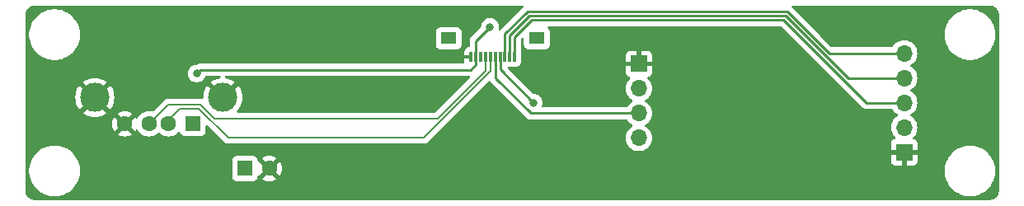
<source format=gbr>
%TF.GenerationSoftware,KiCad,Pcbnew,8.0.0*%
%TF.CreationDate,2024-02-26T11:34:36-08:00*%
%TF.ProjectId,gotek-breakout,676f7465-6b2d-4627-9265-616b6f75742e,rev?*%
%TF.SameCoordinates,Original*%
%TF.FileFunction,Copper,L2,Bot*%
%TF.FilePolarity,Positive*%
%FSLAX46Y46*%
G04 Gerber Fmt 4.6, Leading zero omitted, Abs format (unit mm)*
G04 Created by KiCad (PCBNEW 8.0.0) date 2024-02-26 11:34:36*
%MOMM*%
%LPD*%
G01*
G04 APERTURE LIST*
%TA.AperFunction,ComponentPad*%
%ADD10R,1.600000X1.500000*%
%TD*%
%TA.AperFunction,ComponentPad*%
%ADD11C,1.600000*%
%TD*%
%TA.AperFunction,ComponentPad*%
%ADD12C,3.000000*%
%TD*%
%TA.AperFunction,ComponentPad*%
%ADD13R,1.700000X1.700000*%
%TD*%
%TA.AperFunction,ComponentPad*%
%ADD14O,1.700000X1.700000*%
%TD*%
%TA.AperFunction,ComponentPad*%
%ADD15R,1.600000X1.600000*%
%TD*%
%TA.AperFunction,SMDPad,CuDef*%
%ADD16R,0.300000X1.000000*%
%TD*%
%TA.AperFunction,SMDPad,CuDef*%
%ADD17R,1.650000X1.300000*%
%TD*%
%TA.AperFunction,ViaPad*%
%ADD18C,0.800000*%
%TD*%
%TA.AperFunction,Conductor*%
%ADD19C,0.250000*%
%TD*%
%TA.AperFunction,Conductor*%
%ADD20C,0.200000*%
%TD*%
G04 APERTURE END LIST*
D10*
%TO.P,J2,1,VBUS*%
%TO.N,/+5V*%
X64200000Y-52160000D03*
D11*
%TO.P,J2,2,D-*%
%TO.N,/USB_D-*%
X61700000Y-52160000D03*
%TO.P,J2,3,D+*%
%TO.N,/USB_D+*%
X59700000Y-52160000D03*
%TO.P,J2,4,GND*%
%TO.N,/GND*%
X57200000Y-52160000D03*
D12*
%TO.P,J2,5,Shield*%
X67270000Y-49450000D03*
X54130000Y-49450000D03*
%TD*%
D13*
%TO.P,J4,1,Pin_1*%
%TO.N,/GND*%
X137250000Y-55075000D03*
D14*
%TO.P,J4,2,Pin_2*%
%TO.N,/+5V*%
X137250000Y-52535000D03*
%TO.P,J4,3,Pin_3*%
%TO.N,/ROT_SW*%
X137250000Y-49995000D03*
%TO.P,J4,4,Pin_4*%
%TO.N,/ROT_DT*%
X137250000Y-47455000D03*
%TO.P,J4,5,Pin_5*%
%TO.N,/ROT_CLK*%
X137250000Y-44915000D03*
%TD*%
D15*
%TO.P,C1,1*%
%TO.N,/+5V*%
X69544887Y-56750000D03*
D11*
%TO.P,C1,2*%
%TO.N,/GND*%
X72044887Y-56750000D03*
%TD*%
D13*
%TO.P,J3,1,Pin_1*%
%TO.N,/GND*%
X110000000Y-46000000D03*
D14*
%TO.P,J3,2,Pin_2*%
%TO.N,/+5V*%
X110000000Y-48540000D03*
%TO.P,J3,3,Pin_3*%
%TO.N,/OLED_SCK*%
X110000000Y-51080000D03*
%TO.P,J3,4,Pin_4*%
%TO.N,/OLED_SDA*%
X110000000Y-53620000D03*
%TD*%
D16*
%TO.P,J1,1,Pin_1*%
%TO.N,/GND*%
X92750000Y-45275000D03*
%TO.P,J1,2,Pin_2*%
%TO.N,/+5V*%
X93250000Y-45275000D03*
%TO.P,J1,3,Pin_3*%
%TO.N,/+3V*%
X93750000Y-45275000D03*
%TO.P,J1,4,Pin_4*%
%TO.N,/USB_D+*%
X94250000Y-45275000D03*
%TO.P,J1,5,Pin_5*%
%TO.N,/USB_D-*%
X94750000Y-45275000D03*
%TO.P,J1,6,Pin_6*%
%TO.N,/OLED_SCK*%
X95250000Y-45275000D03*
%TO.P,J1,7,Pin_7*%
%TO.N,/OLED_SDA*%
X95750000Y-45275000D03*
%TO.P,J1,8,Pin_8*%
%TO.N,/ROT_CLK*%
X96250000Y-45275000D03*
%TO.P,J1,9,Pin_9*%
%TO.N,/ROT_DT*%
X96750000Y-45275000D03*
%TO.P,J1,10,Pin_10*%
%TO.N,/ROT_SW*%
X97250000Y-45275000D03*
D17*
%TO.P,J1,MP*%
%TO.N,N/C*%
X90475000Y-43375000D03*
X99525000Y-43375000D03*
%TD*%
D18*
%TO.N,/GND*%
X91600000Y-45300000D03*
%TO.N,/+5V*%
X94700000Y-42200000D03*
%TO.N,/OLED_SDA*%
X99200000Y-50000000D03*
%TO.N,/+5V*%
X64600000Y-47000000D03*
%TD*%
D19*
%TO.N,/GND*%
X92750000Y-45275000D02*
X91625000Y-45275000D01*
X91625000Y-45275000D02*
X91600000Y-45300000D01*
%TO.N,/+5V*%
X93250000Y-46075000D02*
X92725000Y-46600000D01*
X92725000Y-46600000D02*
X92250000Y-46600000D01*
X64600000Y-47000000D02*
X65000000Y-46600000D01*
X65000000Y-46600000D02*
X92250000Y-46600000D01*
X93250000Y-45275000D02*
X93250000Y-43650000D01*
D20*
%TO.N,/USB_D+*%
X59700000Y-52160000D02*
X61660000Y-50200000D01*
X65000000Y-50200000D02*
X66400000Y-51600000D01*
D19*
%TO.N,/+5V*%
X93250000Y-43650000D02*
X94700000Y-42200000D01*
X93250000Y-45275000D02*
X93250000Y-46075000D01*
D20*
%TO.N,/USB_D+*%
X61660000Y-50200000D02*
X65000000Y-50200000D01*
X94250000Y-46684314D02*
X94250000Y-45275000D01*
X89334314Y-51600000D02*
X94250000Y-46684314D01*
X66400000Y-51600000D02*
X89334314Y-51600000D01*
D19*
%TO.N,/OLED_SCK*%
X95250000Y-45275000D02*
X95250000Y-47450000D01*
X98880000Y-51080000D02*
X110000000Y-51080000D01*
X95250000Y-47450000D02*
X98880000Y-51080000D01*
%TO.N,/OLED_SDA*%
X95750000Y-46550000D02*
X95750000Y-45275000D01*
X99200000Y-50000000D02*
X95750000Y-46550000D01*
%TO.N,/ROT_CLK*%
X98600000Y-40600000D02*
X125236396Y-40600000D01*
X129536396Y-44900000D02*
X136770000Y-44900000D01*
X96250000Y-45275000D02*
X96250000Y-42950000D01*
X125236396Y-40600000D02*
X129536396Y-44900000D01*
X96250000Y-42950000D02*
X98600000Y-40600000D01*
X136770000Y-44900000D02*
X136785000Y-44915000D01*
X136785000Y-44915000D02*
X137250000Y-44915000D01*
%TO.N,/ROT_DT*%
X96750000Y-43086396D02*
X98786396Y-41050000D01*
X125050000Y-41050000D02*
X131500000Y-47500000D01*
X131500000Y-47500000D02*
X137205000Y-47500000D01*
X96750000Y-45275000D02*
X96750000Y-43086396D01*
X98786396Y-41050000D02*
X125050000Y-41050000D01*
X137205000Y-47500000D02*
X137250000Y-47455000D01*
%TO.N,/ROT_SW*%
X137245000Y-50000000D02*
X133363604Y-50000000D01*
X124863604Y-41500000D02*
X98972792Y-41500000D01*
X137250000Y-49995000D02*
X137245000Y-50000000D01*
X98972792Y-41500000D02*
X97250000Y-43222792D01*
X133363604Y-50000000D02*
X124863604Y-41500000D01*
X97250000Y-43222792D02*
X97250000Y-45275000D01*
D20*
%TO.N,/USB_D-*%
X67834315Y-53600000D02*
X87900000Y-53600000D01*
X87900000Y-53600000D02*
X94750000Y-46750000D01*
X61700000Y-51780000D02*
X62880000Y-50600000D01*
X61700000Y-52160000D02*
X61700000Y-51780000D01*
X64834315Y-50600000D02*
X67834315Y-53600000D01*
X94750000Y-46750000D02*
X94750000Y-45275000D01*
X62880000Y-50600000D02*
X64834315Y-50600000D01*
%TD*%
%TA.AperFunction,Conductor*%
%TO.N,/GND*%
G36*
X98083086Y-40019685D02*
G01*
X98128841Y-40072489D01*
X98138785Y-40141647D01*
X98109760Y-40205203D01*
X98103728Y-40211681D01*
X95851270Y-42464139D01*
X95851267Y-42464142D01*
X95799908Y-42515501D01*
X95786536Y-42528873D01*
X95725212Y-42562357D01*
X95655521Y-42557372D01*
X95599587Y-42515501D01*
X95575171Y-42450036D01*
X95580924Y-42402872D01*
X95585674Y-42388256D01*
X95605460Y-42200000D01*
X95585674Y-42011744D01*
X95527179Y-41831716D01*
X95432533Y-41667784D01*
X95305871Y-41527112D01*
X95258638Y-41492795D01*
X95152734Y-41415851D01*
X95152729Y-41415848D01*
X94979807Y-41338857D01*
X94979802Y-41338855D01*
X94834001Y-41307865D01*
X94794646Y-41299500D01*
X94605354Y-41299500D01*
X94572897Y-41306398D01*
X94420197Y-41338855D01*
X94420192Y-41338857D01*
X94247270Y-41415848D01*
X94247265Y-41415851D01*
X94094129Y-41527111D01*
X93967466Y-41667785D01*
X93872821Y-41831715D01*
X93872818Y-41831722D01*
X93814327Y-42011740D01*
X93814326Y-42011744D01*
X93800301Y-42145185D01*
X93796679Y-42179649D01*
X93770094Y-42244263D01*
X93761039Y-42254368D01*
X93031261Y-42984148D01*
X92851269Y-43164140D01*
X92851267Y-43164142D01*
X92807703Y-43207705D01*
X92764140Y-43251268D01*
X92742006Y-43284396D01*
X92742004Y-43284399D01*
X92695690Y-43353710D01*
X92695685Y-43353719D01*
X92648540Y-43467538D01*
X92648538Y-43467545D01*
X92648537Y-43467548D01*
X92648537Y-43467549D01*
X92630280Y-43559341D01*
X92627712Y-43572250D01*
X92627711Y-43572254D01*
X92624500Y-43588394D01*
X92624500Y-44155840D01*
X92604815Y-44222879D01*
X92552011Y-44268634D01*
X92513759Y-44279129D01*
X92492626Y-44281401D01*
X92492620Y-44281403D01*
X92357913Y-44331645D01*
X92357906Y-44331649D01*
X92242812Y-44417809D01*
X92242809Y-44417812D01*
X92156649Y-44532906D01*
X92156645Y-44532913D01*
X92106403Y-44667620D01*
X92106401Y-44667627D01*
X92100000Y-44727155D01*
X92100000Y-45125000D01*
X92475500Y-45125000D01*
X92542539Y-45144685D01*
X92588294Y-45197489D01*
X92599500Y-45248998D01*
X92599501Y-45300998D01*
X92579818Y-45368037D01*
X92527015Y-45413793D01*
X92475501Y-45425000D01*
X92100000Y-45425000D01*
X92100000Y-45822828D01*
X92101550Y-45837245D01*
X92089144Y-45906004D01*
X92041534Y-45957142D01*
X91978260Y-45974500D01*
X64938388Y-45974500D01*
X64831871Y-45995688D01*
X64827073Y-45996642D01*
X64817549Y-45998536D01*
X64817547Y-45998537D01*
X64703716Y-46045687D01*
X64703708Y-46045692D01*
X64654456Y-46078602D01*
X64587779Y-46099480D01*
X64585565Y-46099500D01*
X64505354Y-46099500D01*
X64472897Y-46106398D01*
X64320197Y-46138855D01*
X64320192Y-46138857D01*
X64147270Y-46215848D01*
X64147265Y-46215851D01*
X63994129Y-46327111D01*
X63867466Y-46467785D01*
X63772821Y-46631715D01*
X63772818Y-46631722D01*
X63725558Y-46777175D01*
X63714326Y-46811744D01*
X63694540Y-47000000D01*
X63714326Y-47188256D01*
X63714327Y-47188259D01*
X63772818Y-47368277D01*
X63772821Y-47368284D01*
X63867467Y-47532216D01*
X63880136Y-47546286D01*
X63994129Y-47672888D01*
X64147265Y-47784148D01*
X64147270Y-47784151D01*
X64320192Y-47861142D01*
X64320197Y-47861144D01*
X64505354Y-47900500D01*
X64505355Y-47900500D01*
X64694644Y-47900500D01*
X64694646Y-47900500D01*
X64879803Y-47861144D01*
X65052730Y-47784151D01*
X65205871Y-47672888D01*
X65332533Y-47532216D01*
X65427179Y-47368284D01*
X65445733Y-47311182D01*
X65485171Y-47253506D01*
X65549529Y-47226308D01*
X65563664Y-47225500D01*
X66933615Y-47225500D01*
X67000654Y-47245185D01*
X67046409Y-47297989D01*
X67056353Y-47367147D01*
X67027328Y-47430703D01*
X66968550Y-47468477D01*
X66959973Y-47470666D01*
X66705104Y-47526109D01*
X66437041Y-47626091D01*
X66185961Y-47763191D01*
X66185953Y-47763196D01*
X66043437Y-47869882D01*
X66043436Y-47869883D01*
X66651466Y-48477913D01*
X66520825Y-48572829D01*
X66392829Y-48700825D01*
X66297912Y-48831466D01*
X65689882Y-48223436D01*
X65583196Y-48365953D01*
X65583191Y-48365961D01*
X65446091Y-48617041D01*
X65346109Y-48885104D01*
X65285300Y-49164637D01*
X65264891Y-49449998D01*
X65264891Y-49450003D01*
X65267000Y-49479499D01*
X65252147Y-49547772D01*
X65202741Y-49597176D01*
X65134468Y-49612027D01*
X65111223Y-49608118D01*
X65079057Y-49599499D01*
X64920943Y-49599499D01*
X64913347Y-49599499D01*
X64913331Y-49599500D01*
X61746670Y-49599500D01*
X61746654Y-49599499D01*
X61739058Y-49599499D01*
X61580943Y-49599499D01*
X61504579Y-49619961D01*
X61428214Y-49640423D01*
X61428209Y-49640426D01*
X61291290Y-49719475D01*
X61291282Y-49719481D01*
X60142705Y-50868058D01*
X60081382Y-50901543D01*
X60022931Y-50900152D01*
X59926697Y-50874366D01*
X59926693Y-50874365D01*
X59926692Y-50874365D01*
X59926691Y-50874364D01*
X59926686Y-50874364D01*
X59700002Y-50854532D01*
X59699998Y-50854532D01*
X59473313Y-50874364D01*
X59473302Y-50874366D01*
X59253511Y-50933258D01*
X59253502Y-50933261D01*
X59047267Y-51029431D01*
X59047265Y-51029432D01*
X58860858Y-51159954D01*
X58699954Y-51320858D01*
X58569432Y-51507265D01*
X58569429Y-51507270D01*
X58562104Y-51522979D01*
X58515929Y-51575417D01*
X58448735Y-51594566D01*
X58381855Y-51574347D01*
X58337341Y-51522973D01*
X58330133Y-51507515D01*
X58330132Y-51507513D01*
X58279025Y-51434526D01*
X57662550Y-52051001D01*
X57642630Y-51976657D01*
X57580095Y-51868343D01*
X57491657Y-51779905D01*
X57383343Y-51717370D01*
X57308998Y-51697449D01*
X57925472Y-51080974D01*
X57852478Y-51029863D01*
X57646331Y-50933735D01*
X57646317Y-50933730D01*
X57426610Y-50874860D01*
X57426599Y-50874858D01*
X57200002Y-50855034D01*
X57199998Y-50855034D01*
X56973400Y-50874858D01*
X56973389Y-50874860D01*
X56753682Y-50933730D01*
X56753673Y-50933734D01*
X56547516Y-51029866D01*
X56547512Y-51029868D01*
X56474526Y-51080973D01*
X56474526Y-51080974D01*
X57091002Y-51697449D01*
X57016657Y-51717370D01*
X56908343Y-51779905D01*
X56819905Y-51868343D01*
X56757370Y-51976657D01*
X56737449Y-52051001D01*
X56120974Y-51434526D01*
X56120973Y-51434526D01*
X56069868Y-51507512D01*
X56069866Y-51507516D01*
X55973734Y-51713673D01*
X55973730Y-51713682D01*
X55914860Y-51933389D01*
X55914858Y-51933400D01*
X55895034Y-52159997D01*
X55895034Y-52160002D01*
X55914858Y-52386599D01*
X55914860Y-52386610D01*
X55973730Y-52606317D01*
X55973735Y-52606331D01*
X56069863Y-52812478D01*
X56120974Y-52885472D01*
X56737449Y-52268997D01*
X56757370Y-52343343D01*
X56819905Y-52451657D01*
X56908343Y-52540095D01*
X57016657Y-52602630D01*
X57091002Y-52622550D01*
X56474526Y-53239025D01*
X56547513Y-53290132D01*
X56547521Y-53290136D01*
X56753668Y-53386264D01*
X56753682Y-53386269D01*
X56973389Y-53445139D01*
X56973400Y-53445141D01*
X57199998Y-53464966D01*
X57200002Y-53464966D01*
X57426599Y-53445141D01*
X57426610Y-53445139D01*
X57646317Y-53386269D01*
X57646331Y-53386264D01*
X57852478Y-53290136D01*
X57925471Y-53239024D01*
X57308997Y-52622550D01*
X57383343Y-52602630D01*
X57491657Y-52540095D01*
X57580095Y-52451657D01*
X57642630Y-52343343D01*
X57662550Y-52268997D01*
X58279024Y-52885471D01*
X58330134Y-52812481D01*
X58337340Y-52797028D01*
X58383511Y-52744587D01*
X58450704Y-52725433D01*
X58517585Y-52745646D01*
X58562105Y-52797022D01*
X58569430Y-52812730D01*
X58569432Y-52812734D01*
X58699954Y-52999141D01*
X58860858Y-53160045D01*
X58860861Y-53160047D01*
X59047266Y-53290568D01*
X59253504Y-53386739D01*
X59473308Y-53445635D01*
X59635230Y-53459801D01*
X59699998Y-53465468D01*
X59700000Y-53465468D01*
X59700002Y-53465468D01*
X59756673Y-53460509D01*
X59926692Y-53445635D01*
X60146496Y-53386739D01*
X60352734Y-53290568D01*
X60539139Y-53160047D01*
X60612320Y-53086865D01*
X60673641Y-53053382D01*
X60743333Y-53058366D01*
X60787679Y-53086865D01*
X60860861Y-53160047D01*
X61047266Y-53290568D01*
X61253504Y-53386739D01*
X61473308Y-53445635D01*
X61635230Y-53459801D01*
X61699998Y-53465468D01*
X61700000Y-53465468D01*
X61700002Y-53465468D01*
X61756673Y-53460509D01*
X61926692Y-53445635D01*
X62146496Y-53386739D01*
X62352734Y-53290568D01*
X62539139Y-53160047D01*
X62700047Y-52999139D01*
X62700055Y-52999127D01*
X62701010Y-52997990D01*
X62701569Y-52997617D01*
X62703876Y-52995311D01*
X62704339Y-52995774D01*
X62759173Y-52959277D01*
X62829034Y-52958154D01*
X62888411Y-52994979D01*
X62912197Y-53034344D01*
X62956202Y-53152328D01*
X62956206Y-53152335D01*
X63042452Y-53267544D01*
X63042455Y-53267547D01*
X63157664Y-53353793D01*
X63157671Y-53353797D01*
X63292517Y-53404091D01*
X63292516Y-53404091D01*
X63299444Y-53404835D01*
X63352127Y-53410500D01*
X65047872Y-53410499D01*
X65107483Y-53404091D01*
X65242331Y-53353796D01*
X65357546Y-53267546D01*
X65443796Y-53152331D01*
X65494091Y-53017483D01*
X65500500Y-52957873D01*
X65500499Y-52414779D01*
X65520183Y-52347742D01*
X65572987Y-52301987D01*
X65642146Y-52292043D01*
X65705702Y-52321068D01*
X65712178Y-52327098D01*
X67465599Y-54080520D01*
X67465601Y-54080521D01*
X67465605Y-54080524D01*
X67602524Y-54159573D01*
X67602531Y-54159577D01*
X67755258Y-54200501D01*
X67755260Y-54200501D01*
X67920969Y-54200501D01*
X67920985Y-54200500D01*
X87813331Y-54200500D01*
X87813347Y-54200501D01*
X87820943Y-54200501D01*
X87979054Y-54200501D01*
X87979057Y-54200501D01*
X88131785Y-54159577D01*
X88181904Y-54130639D01*
X88268716Y-54080520D01*
X88380520Y-53968716D01*
X88380520Y-53968714D01*
X88390728Y-53958507D01*
X88390730Y-53958504D01*
X94551704Y-47797529D01*
X94613025Y-47764046D01*
X94682717Y-47769030D01*
X94738650Y-47810902D01*
X94742475Y-47816307D01*
X94756056Y-47836632D01*
X94764143Y-47848735D01*
X94855586Y-47940178D01*
X94855608Y-47940198D01*
X98391016Y-51475606D01*
X98391045Y-51475637D01*
X98481263Y-51565855D01*
X98481267Y-51565858D01*
X98583707Y-51634307D01*
X98583713Y-51634310D01*
X98583714Y-51634311D01*
X98697548Y-51681463D01*
X98757971Y-51693481D01*
X98818393Y-51705500D01*
X98818394Y-51705500D01*
X108724773Y-51705500D01*
X108791812Y-51725185D01*
X108826348Y-51758377D01*
X108961501Y-51951396D01*
X108961506Y-51951402D01*
X109128597Y-52118493D01*
X109128603Y-52118498D01*
X109314158Y-52248425D01*
X109357783Y-52303002D01*
X109364977Y-52372500D01*
X109333454Y-52434855D01*
X109314158Y-52451575D01*
X109128597Y-52581505D01*
X108961505Y-52748597D01*
X108825965Y-52942169D01*
X108825964Y-52942171D01*
X108726098Y-53156335D01*
X108726094Y-53156344D01*
X108664938Y-53384586D01*
X108664936Y-53384596D01*
X108644341Y-53619999D01*
X108644341Y-53620000D01*
X108664936Y-53855403D01*
X108664938Y-53855413D01*
X108726094Y-54083655D01*
X108726096Y-54083659D01*
X108726097Y-54083663D01*
X108769693Y-54177155D01*
X108825965Y-54297830D01*
X108825967Y-54297834D01*
X108897155Y-54399500D01*
X108961505Y-54491401D01*
X109128599Y-54658495D01*
X109216998Y-54720393D01*
X109322165Y-54794032D01*
X109322167Y-54794033D01*
X109322170Y-54794035D01*
X109536337Y-54893903D01*
X109764592Y-54955063D01*
X109952918Y-54971539D01*
X109999999Y-54975659D01*
X110000000Y-54975659D01*
X110000001Y-54975659D01*
X110039234Y-54972226D01*
X110235408Y-54955063D01*
X110463663Y-54893903D01*
X110677830Y-54794035D01*
X110871401Y-54658495D01*
X111038495Y-54491401D01*
X111174035Y-54297830D01*
X111273903Y-54083663D01*
X111335063Y-53855408D01*
X111355659Y-53620000D01*
X111335063Y-53384592D01*
X111273903Y-53156337D01*
X111174035Y-52942171D01*
X111134335Y-52885472D01*
X111038494Y-52748597D01*
X110871402Y-52581506D01*
X110871396Y-52581501D01*
X110685842Y-52451575D01*
X110642217Y-52396998D01*
X110635023Y-52327500D01*
X110666546Y-52265145D01*
X110685842Y-52248425D01*
X110726173Y-52220185D01*
X110871401Y-52118495D01*
X111038495Y-51951401D01*
X111174035Y-51757830D01*
X111273903Y-51543663D01*
X111335063Y-51315408D01*
X111355659Y-51080000D01*
X111335063Y-50844592D01*
X111273903Y-50616337D01*
X111174035Y-50402171D01*
X111173652Y-50401623D01*
X111038494Y-50208597D01*
X110871402Y-50041506D01*
X110871396Y-50041501D01*
X110685842Y-49911575D01*
X110642217Y-49856998D01*
X110635023Y-49787500D01*
X110666546Y-49725145D01*
X110685842Y-49708425D01*
X110782954Y-49640426D01*
X110871401Y-49578495D01*
X111038495Y-49411401D01*
X111174035Y-49217830D01*
X111273903Y-49003663D01*
X111335063Y-48775408D01*
X111355659Y-48540000D01*
X111335063Y-48304592D01*
X111273903Y-48076337D01*
X111174035Y-47862171D01*
X111173314Y-47861142D01*
X111038496Y-47668600D01*
X110995987Y-47626091D01*
X110916179Y-47546283D01*
X110882696Y-47484963D01*
X110887680Y-47415271D01*
X110929551Y-47359337D01*
X110960529Y-47342422D01*
X111092086Y-47293354D01*
X111092093Y-47293350D01*
X111207187Y-47207190D01*
X111207190Y-47207187D01*
X111293350Y-47092093D01*
X111293354Y-47092086D01*
X111343596Y-46957379D01*
X111343598Y-46957372D01*
X111349999Y-46897844D01*
X111350000Y-46897827D01*
X111350000Y-46250000D01*
X110433012Y-46250000D01*
X110465925Y-46192993D01*
X110500000Y-46065826D01*
X110500000Y-45934174D01*
X110465925Y-45807007D01*
X110433012Y-45750000D01*
X111350000Y-45750000D01*
X111350000Y-45102172D01*
X111349999Y-45102155D01*
X111343598Y-45042627D01*
X111343596Y-45042620D01*
X111293354Y-44907913D01*
X111293350Y-44907906D01*
X111207190Y-44792812D01*
X111207187Y-44792809D01*
X111092093Y-44706649D01*
X111092086Y-44706645D01*
X110957379Y-44656403D01*
X110957372Y-44656401D01*
X110897844Y-44650000D01*
X110250000Y-44650000D01*
X110250000Y-45566988D01*
X110192993Y-45534075D01*
X110065826Y-45500000D01*
X109934174Y-45500000D01*
X109807007Y-45534075D01*
X109750000Y-45566988D01*
X109750000Y-44650000D01*
X109102155Y-44650000D01*
X109042627Y-44656401D01*
X109042620Y-44656403D01*
X108907913Y-44706645D01*
X108907906Y-44706649D01*
X108792812Y-44792809D01*
X108792809Y-44792812D01*
X108706649Y-44907906D01*
X108706645Y-44907913D01*
X108656403Y-45042620D01*
X108656401Y-45042627D01*
X108650000Y-45102155D01*
X108650000Y-45750000D01*
X109566988Y-45750000D01*
X109534075Y-45807007D01*
X109500000Y-45934174D01*
X109500000Y-46065826D01*
X109534075Y-46192993D01*
X109566988Y-46250000D01*
X108650000Y-46250000D01*
X108650000Y-46897844D01*
X108656401Y-46957372D01*
X108656403Y-46957379D01*
X108706645Y-47092086D01*
X108706649Y-47092093D01*
X108792809Y-47207187D01*
X108792812Y-47207190D01*
X108907906Y-47293350D01*
X108907913Y-47293354D01*
X109039470Y-47342421D01*
X109095403Y-47384292D01*
X109119821Y-47449756D01*
X109104970Y-47518029D01*
X109083819Y-47546284D01*
X108961503Y-47668600D01*
X108825965Y-47862169D01*
X108825964Y-47862171D01*
X108726098Y-48076335D01*
X108726094Y-48076344D01*
X108664938Y-48304586D01*
X108664936Y-48304596D01*
X108644341Y-48539999D01*
X108644341Y-48540000D01*
X108664936Y-48775403D01*
X108664938Y-48775413D01*
X108726094Y-49003655D01*
X108726096Y-49003659D01*
X108726097Y-49003663D01*
X108782024Y-49123599D01*
X108825965Y-49217830D01*
X108825967Y-49217834D01*
X108961501Y-49411395D01*
X108961506Y-49411402D01*
X109128597Y-49578493D01*
X109128603Y-49578498D01*
X109314158Y-49708425D01*
X109357783Y-49763002D01*
X109364977Y-49832500D01*
X109333454Y-49894855D01*
X109314158Y-49911575D01*
X109128597Y-50041505D01*
X108961505Y-50208597D01*
X108826348Y-50401623D01*
X108771771Y-50445248D01*
X108724773Y-50454500D01*
X100169837Y-50454500D01*
X100102798Y-50434815D01*
X100057043Y-50382011D01*
X100047099Y-50312853D01*
X100051906Y-50292182D01*
X100071976Y-50230413D01*
X100085674Y-50188256D01*
X100105460Y-50000000D01*
X100085674Y-49811744D01*
X100027179Y-49631716D01*
X99932533Y-49467784D01*
X99805871Y-49327112D01*
X99796370Y-49320209D01*
X99652734Y-49215851D01*
X99652729Y-49215848D01*
X99479807Y-49138857D01*
X99479802Y-49138855D01*
X99334001Y-49107865D01*
X99294646Y-49099500D01*
X99294645Y-49099500D01*
X99235452Y-49099500D01*
X99168413Y-49079815D01*
X99147771Y-49063181D01*
X96571770Y-46487180D01*
X96538285Y-46425857D01*
X96543269Y-46356165D01*
X96585141Y-46300232D01*
X96650605Y-46275815D01*
X96659430Y-46275499D01*
X96947872Y-46275499D01*
X96947885Y-46275498D01*
X96986744Y-46271320D01*
X97013252Y-46271320D01*
X97052127Y-46275500D01*
X97447872Y-46275499D01*
X97507483Y-46269091D01*
X97642331Y-46218796D01*
X97757546Y-46132546D01*
X97843796Y-46017331D01*
X97894091Y-45882483D01*
X97900500Y-45822873D01*
X97900499Y-44727128D01*
X97894091Y-44667517D01*
X97883317Y-44638632D01*
X97875500Y-44595300D01*
X97875500Y-43533243D01*
X97895185Y-43466204D01*
X97911815Y-43445566D01*
X97987820Y-43369561D01*
X98049142Y-43336077D01*
X98118834Y-43341061D01*
X98174767Y-43382933D01*
X98199184Y-43448397D01*
X98199500Y-43457243D01*
X98199500Y-44072870D01*
X98199501Y-44072876D01*
X98205908Y-44132483D01*
X98256202Y-44267328D01*
X98256206Y-44267335D01*
X98342452Y-44382544D01*
X98342455Y-44382547D01*
X98457664Y-44468793D01*
X98457671Y-44468797D01*
X98592517Y-44519091D01*
X98592516Y-44519091D01*
X98599444Y-44519835D01*
X98652127Y-44525500D01*
X100397872Y-44525499D01*
X100457483Y-44519091D01*
X100592331Y-44468796D01*
X100707546Y-44382546D01*
X100793796Y-44267331D01*
X100844091Y-44132483D01*
X100850500Y-44072873D01*
X100850499Y-42677128D01*
X100844091Y-42617517D01*
X100825728Y-42568284D01*
X100793797Y-42482671D01*
X100793793Y-42482664D01*
X100707547Y-42367455D01*
X100682582Y-42348766D01*
X100640712Y-42292832D01*
X100635728Y-42223140D01*
X100669214Y-42161818D01*
X100730538Y-42128333D01*
X100756894Y-42125500D01*
X124553152Y-42125500D01*
X124620191Y-42145185D01*
X124640833Y-42161819D01*
X132874620Y-50395606D01*
X132874649Y-50395637D01*
X132964867Y-50485855D01*
X132964871Y-50485858D01*
X133067311Y-50554307D01*
X133067317Y-50554310D01*
X133067318Y-50554311D01*
X133181152Y-50601463D01*
X133241575Y-50613481D01*
X133301997Y-50625500D01*
X133301998Y-50625500D01*
X135978274Y-50625500D01*
X136045313Y-50645185D01*
X136079849Y-50678377D01*
X136211501Y-50866396D01*
X136211506Y-50866402D01*
X136378597Y-51033493D01*
X136378603Y-51033498D01*
X136564158Y-51163425D01*
X136607783Y-51218002D01*
X136614977Y-51287500D01*
X136583454Y-51349855D01*
X136564158Y-51366575D01*
X136378597Y-51496505D01*
X136211505Y-51663597D01*
X136075965Y-51857169D01*
X136075964Y-51857171D01*
X135976098Y-52071335D01*
X135976094Y-52071344D01*
X135914938Y-52299586D01*
X135914936Y-52299596D01*
X135894341Y-52534999D01*
X135894341Y-52535000D01*
X135914936Y-52770403D01*
X135914938Y-52770413D01*
X135976094Y-52998655D01*
X135976096Y-52998659D01*
X135976097Y-52998663D01*
X136047754Y-53152331D01*
X136075965Y-53212830D01*
X136075967Y-53212834D01*
X136174671Y-53353797D01*
X136211501Y-53406396D01*
X136211506Y-53406402D01*
X136333818Y-53528714D01*
X136367303Y-53590037D01*
X136362319Y-53659729D01*
X136320447Y-53715662D01*
X136289471Y-53732577D01*
X136157912Y-53781646D01*
X136157906Y-53781649D01*
X136042812Y-53867809D01*
X136042809Y-53867812D01*
X135956649Y-53982906D01*
X135956645Y-53982913D01*
X135906403Y-54117620D01*
X135906401Y-54117627D01*
X135900000Y-54177155D01*
X135900000Y-54825000D01*
X136816988Y-54825000D01*
X136784075Y-54882007D01*
X136750000Y-55009174D01*
X136750000Y-55140826D01*
X136784075Y-55267993D01*
X136816988Y-55325000D01*
X135900000Y-55325000D01*
X135900000Y-55972844D01*
X135906401Y-56032372D01*
X135906403Y-56032379D01*
X135956645Y-56167086D01*
X135956649Y-56167093D01*
X136042809Y-56282187D01*
X136042812Y-56282190D01*
X136157906Y-56368350D01*
X136157913Y-56368354D01*
X136292620Y-56418596D01*
X136292627Y-56418598D01*
X136352155Y-56424999D01*
X136352172Y-56425000D01*
X137000000Y-56425000D01*
X137000000Y-55508012D01*
X137057007Y-55540925D01*
X137184174Y-55575000D01*
X137315826Y-55575000D01*
X137442993Y-55540925D01*
X137500000Y-55508012D01*
X137500000Y-56425000D01*
X138147828Y-56425000D01*
X138147844Y-56424999D01*
X138207372Y-56418598D01*
X138207379Y-56418596D01*
X138342086Y-56368354D01*
X138342093Y-56368350D01*
X138457187Y-56282190D01*
X138457190Y-56282187D01*
X138543350Y-56167093D01*
X138543354Y-56167086D01*
X138593596Y-56032379D01*
X138593598Y-56032372D01*
X138599999Y-55972844D01*
X138600000Y-55972827D01*
X138600000Y-55325000D01*
X137683012Y-55325000D01*
X137715925Y-55267993D01*
X137750000Y-55140826D01*
X137750000Y-55009174D01*
X137715925Y-54882007D01*
X137683012Y-54825000D01*
X138600000Y-54825000D01*
X138600000Y-54177172D01*
X138599999Y-54177155D01*
X138593598Y-54117627D01*
X138593596Y-54117620D01*
X138543354Y-53982913D01*
X138543350Y-53982906D01*
X138457190Y-53867812D01*
X138457187Y-53867809D01*
X138342093Y-53781649D01*
X138342088Y-53781646D01*
X138210528Y-53732577D01*
X138154595Y-53690705D01*
X138130178Y-53625241D01*
X138145030Y-53556968D01*
X138166175Y-53528720D01*
X138288495Y-53406401D01*
X138424035Y-53212830D01*
X138523903Y-52998663D01*
X138585063Y-52770408D01*
X138605659Y-52535000D01*
X138585063Y-52299592D01*
X138523903Y-52071337D01*
X138424035Y-51857171D01*
X138323564Y-51713682D01*
X138288494Y-51663597D01*
X138121402Y-51496506D01*
X138121396Y-51496501D01*
X137935842Y-51366575D01*
X137892217Y-51311998D01*
X137885023Y-51242500D01*
X137916546Y-51180145D01*
X137935842Y-51163425D01*
X138054986Y-51079999D01*
X138121401Y-51033495D01*
X138288495Y-50866401D01*
X138424035Y-50672830D01*
X138523903Y-50458663D01*
X138585063Y-50230408D01*
X138605659Y-49995000D01*
X138585063Y-49759592D01*
X138523903Y-49531337D01*
X138424035Y-49317171D01*
X138353091Y-49215851D01*
X138288494Y-49123597D01*
X138121402Y-48956506D01*
X138121396Y-48956501D01*
X137935842Y-48826575D01*
X137892217Y-48771998D01*
X137885023Y-48702500D01*
X137916546Y-48640145D01*
X137935842Y-48623425D01*
X138054986Y-48539999D01*
X138121401Y-48493495D01*
X138288495Y-48326401D01*
X138424035Y-48132830D01*
X138523903Y-47918663D01*
X138585063Y-47690408D01*
X138605659Y-47455000D01*
X138585063Y-47219592D01*
X138523903Y-46991337D01*
X138424035Y-46777171D01*
X138288495Y-46583599D01*
X138288494Y-46583597D01*
X138121402Y-46416506D01*
X138121396Y-46416501D01*
X137935842Y-46286575D01*
X137892217Y-46231998D01*
X137885023Y-46162500D01*
X137916546Y-46100145D01*
X137935842Y-46083425D01*
X138057074Y-45998537D01*
X138121401Y-45953495D01*
X138288495Y-45786401D01*
X138424035Y-45592830D01*
X138523903Y-45378663D01*
X138585063Y-45150408D01*
X138605659Y-44915000D01*
X138585063Y-44679592D01*
X138523903Y-44451337D01*
X138424035Y-44237171D01*
X138413149Y-44221623D01*
X138288494Y-44043597D01*
X138121402Y-43876506D01*
X138121395Y-43876501D01*
X137927834Y-43740967D01*
X137927830Y-43740965D01*
X137927828Y-43740964D01*
X137713663Y-43641097D01*
X137713659Y-43641096D01*
X137713655Y-43641094D01*
X137485413Y-43579938D01*
X137485403Y-43579936D01*
X137250001Y-43559341D01*
X137249999Y-43559341D01*
X137014596Y-43579936D01*
X137014586Y-43579938D01*
X136786344Y-43641094D01*
X136786335Y-43641098D01*
X136572171Y-43740964D01*
X136572169Y-43740965D01*
X136378597Y-43876505D01*
X136211505Y-44043597D01*
X136086851Y-44221623D01*
X136032274Y-44265248D01*
X135985276Y-44274500D01*
X129846848Y-44274500D01*
X129779809Y-44254815D01*
X129759167Y-44238181D01*
X128667033Y-43146047D01*
X141399500Y-43146047D01*
X141432199Y-43436271D01*
X141432202Y-43436285D01*
X141497196Y-43721044D01*
X141497197Y-43721046D01*
X141593665Y-43996738D01*
X141720393Y-44259890D01*
X141725071Y-44267335D01*
X141875792Y-44507206D01*
X142003636Y-44667517D01*
X142051174Y-44727129D01*
X142057902Y-44735565D01*
X142264435Y-44942098D01*
X142492794Y-45124208D01*
X142740107Y-45279605D01*
X143003263Y-45406335D01*
X143278955Y-45502803D01*
X143563714Y-45567798D01*
X143563723Y-45567799D01*
X143563728Y-45567800D01*
X143744258Y-45588140D01*
X143853953Y-45600499D01*
X143853956Y-45600500D01*
X143853959Y-45600500D01*
X144146044Y-45600500D01*
X144146045Y-45600499D01*
X144294371Y-45583787D01*
X144436271Y-45567800D01*
X144436274Y-45567799D01*
X144436286Y-45567798D01*
X144721045Y-45502803D01*
X144996737Y-45406335D01*
X145259893Y-45279605D01*
X145507206Y-45124208D01*
X145735565Y-44942098D01*
X145942098Y-44735565D01*
X146124208Y-44507206D01*
X146279605Y-44259893D01*
X146406335Y-43996737D01*
X146502803Y-43721045D01*
X146567798Y-43436286D01*
X146577102Y-43353714D01*
X146598460Y-43164143D01*
X146600500Y-43146041D01*
X146600500Y-42853959D01*
X146580577Y-42677129D01*
X146567800Y-42563728D01*
X146567799Y-42563723D01*
X146567798Y-42563714D01*
X146502803Y-42278955D01*
X146406335Y-42003263D01*
X146279605Y-41740107D01*
X146124208Y-41492794D01*
X145942098Y-41264435D01*
X145735565Y-41057902D01*
X145507206Y-40875792D01*
X145259893Y-40720395D01*
X145259890Y-40720393D01*
X144996738Y-40593665D01*
X144721046Y-40497197D01*
X144721044Y-40497196D01*
X144501280Y-40447036D01*
X144436286Y-40432202D01*
X144436283Y-40432201D01*
X144436271Y-40432199D01*
X144146047Y-40399500D01*
X144146041Y-40399500D01*
X143853959Y-40399500D01*
X143853952Y-40399500D01*
X143563728Y-40432199D01*
X143563714Y-40432202D01*
X143278955Y-40497196D01*
X143278953Y-40497197D01*
X143003261Y-40593665D01*
X142740109Y-40720393D01*
X142492795Y-40875791D01*
X142264435Y-41057901D01*
X142057901Y-41264435D01*
X141875791Y-41492795D01*
X141720393Y-41740109D01*
X141593665Y-42003261D01*
X141497197Y-42278953D01*
X141497196Y-42278955D01*
X141432202Y-42563714D01*
X141432199Y-42563728D01*
X141399500Y-42853952D01*
X141399500Y-43146047D01*
X128667033Y-43146047D01*
X125732667Y-40211681D01*
X125699182Y-40150358D01*
X125704166Y-40080666D01*
X125746038Y-40024733D01*
X125811502Y-40000316D01*
X125820348Y-40000000D01*
X145998473Y-40000000D01*
X146001509Y-40000037D01*
X146007232Y-40000177D01*
X146087583Y-40002145D01*
X146108728Y-40004490D01*
X146279013Y-40038362D01*
X146302261Y-40045413D01*
X146461257Y-40111272D01*
X146482689Y-40122728D01*
X146615817Y-40211681D01*
X146625775Y-40218335D01*
X146644565Y-40233756D01*
X146766243Y-40355434D01*
X146781664Y-40374224D01*
X146877269Y-40517307D01*
X146888728Y-40538745D01*
X146954583Y-40697731D01*
X146961639Y-40720993D01*
X146995508Y-40891266D01*
X146997854Y-40912419D01*
X146999963Y-40998488D01*
X147000000Y-41001526D01*
X147000000Y-58998473D01*
X146999963Y-59001511D01*
X146997854Y-59087580D01*
X146995508Y-59108733D01*
X146961639Y-59279006D01*
X146954583Y-59302268D01*
X146888728Y-59461254D01*
X146877269Y-59482692D01*
X146781664Y-59625775D01*
X146766243Y-59644565D01*
X146644565Y-59766243D01*
X146625775Y-59781664D01*
X146482692Y-59877269D01*
X146461254Y-59888728D01*
X146302268Y-59954583D01*
X146279006Y-59961639D01*
X146108733Y-59995508D01*
X146087580Y-59997854D01*
X146004250Y-59999895D01*
X146001509Y-59999963D01*
X145998473Y-60000000D01*
X48001527Y-60000000D01*
X47998490Y-59999963D01*
X47912420Y-59997854D01*
X47891266Y-59995508D01*
X47720993Y-59961639D01*
X47697731Y-59954583D01*
X47538745Y-59888728D01*
X47517307Y-59877269D01*
X47374224Y-59781664D01*
X47355434Y-59766243D01*
X47233756Y-59644565D01*
X47218335Y-59625775D01*
X47122730Y-59482692D01*
X47111271Y-59461254D01*
X47045413Y-59302261D01*
X47038362Y-59279013D01*
X47004490Y-59108728D01*
X47002145Y-59087583D01*
X47000037Y-59001509D01*
X47000000Y-58998473D01*
X47000000Y-57146047D01*
X47399500Y-57146047D01*
X47432199Y-57436271D01*
X47432202Y-57436285D01*
X47497196Y-57721044D01*
X47497197Y-57721046D01*
X47593665Y-57996738D01*
X47720393Y-58259890D01*
X47720395Y-58259893D01*
X47875792Y-58507206D01*
X48057902Y-58735565D01*
X48264435Y-58942098D01*
X48492794Y-59124208D01*
X48740107Y-59279605D01*
X49003263Y-59406335D01*
X49278955Y-59502803D01*
X49563714Y-59567798D01*
X49563723Y-59567799D01*
X49563728Y-59567800D01*
X49757210Y-59589599D01*
X49853953Y-59600499D01*
X49853956Y-59600500D01*
X49853959Y-59600500D01*
X50146044Y-59600500D01*
X50146045Y-59600499D01*
X50294371Y-59583787D01*
X50436271Y-59567800D01*
X50436274Y-59567799D01*
X50436286Y-59567798D01*
X50721045Y-59502803D01*
X50996737Y-59406335D01*
X51259893Y-59279605D01*
X51507206Y-59124208D01*
X51735565Y-58942098D01*
X51942098Y-58735565D01*
X52124208Y-58507206D01*
X52279605Y-58259893D01*
X52406335Y-57996737D01*
X52502803Y-57721045D01*
X52530917Y-57597870D01*
X68244387Y-57597870D01*
X68244388Y-57597876D01*
X68250795Y-57657483D01*
X68301089Y-57792328D01*
X68301093Y-57792335D01*
X68387339Y-57907544D01*
X68387342Y-57907547D01*
X68502551Y-57993793D01*
X68502558Y-57993797D01*
X68637404Y-58044091D01*
X68637403Y-58044091D01*
X68644331Y-58044835D01*
X68697014Y-58050500D01*
X70392759Y-58050499D01*
X70452370Y-58044091D01*
X70587218Y-57993796D01*
X70702433Y-57907546D01*
X70788683Y-57792331D01*
X70838978Y-57657483D01*
X70845387Y-57597873D01*
X70845386Y-57597845D01*
X70845565Y-57594547D01*
X70847070Y-57594627D01*
X70864999Y-57533326D01*
X70917755Y-57487514D01*
X70961352Y-57479981D01*
X71644887Y-56796446D01*
X71644887Y-56802661D01*
X71672146Y-56904394D01*
X71724807Y-56995606D01*
X71799281Y-57070080D01*
X71890493Y-57122741D01*
X71992226Y-57150000D01*
X71998440Y-57150000D01*
X71319413Y-57829025D01*
X71392400Y-57880132D01*
X71392408Y-57880136D01*
X71598555Y-57976264D01*
X71598569Y-57976269D01*
X71818276Y-58035139D01*
X71818287Y-58035141D01*
X72044885Y-58054966D01*
X72044889Y-58054966D01*
X72271486Y-58035141D01*
X72271497Y-58035139D01*
X72491204Y-57976269D01*
X72491218Y-57976264D01*
X72697365Y-57880136D01*
X72770358Y-57829024D01*
X72091334Y-57150000D01*
X72097548Y-57150000D01*
X72199281Y-57122741D01*
X72290493Y-57070080D01*
X72364967Y-56995606D01*
X72417628Y-56904394D01*
X72444887Y-56802661D01*
X72444887Y-56796447D01*
X73123911Y-57475471D01*
X73175023Y-57402478D01*
X73271151Y-57196331D01*
X73271156Y-57196317D01*
X73284626Y-57146047D01*
X141399500Y-57146047D01*
X141432199Y-57436271D01*
X141432202Y-57436285D01*
X141497196Y-57721044D01*
X141497197Y-57721046D01*
X141593665Y-57996738D01*
X141720393Y-58259890D01*
X141720395Y-58259893D01*
X141875792Y-58507206D01*
X142057902Y-58735565D01*
X142264435Y-58942098D01*
X142492794Y-59124208D01*
X142740107Y-59279605D01*
X143003263Y-59406335D01*
X143278955Y-59502803D01*
X143563714Y-59567798D01*
X143563723Y-59567799D01*
X143563728Y-59567800D01*
X143757210Y-59589599D01*
X143853953Y-59600499D01*
X143853956Y-59600500D01*
X143853959Y-59600500D01*
X144146044Y-59600500D01*
X144146045Y-59600499D01*
X144294371Y-59583787D01*
X144436271Y-59567800D01*
X144436274Y-59567799D01*
X144436286Y-59567798D01*
X144721045Y-59502803D01*
X144996737Y-59406335D01*
X145259893Y-59279605D01*
X145507206Y-59124208D01*
X145735565Y-58942098D01*
X145942098Y-58735565D01*
X146124208Y-58507206D01*
X146279605Y-58259893D01*
X146406335Y-57996737D01*
X146502803Y-57721045D01*
X146567798Y-57436286D01*
X146600500Y-57146041D01*
X146600500Y-56853959D01*
X146582854Y-56697339D01*
X146567800Y-56563728D01*
X146567799Y-56563723D01*
X146567798Y-56563714D01*
X146502803Y-56278955D01*
X146406335Y-56003263D01*
X146279605Y-55740107D01*
X146124208Y-55492794D01*
X145942098Y-55264435D01*
X145735565Y-55057902D01*
X145507206Y-54875792D01*
X145259893Y-54720395D01*
X145259890Y-54720393D01*
X144996738Y-54593665D01*
X144721046Y-54497197D01*
X144721044Y-54497196D01*
X144501280Y-54447036D01*
X144436286Y-54432202D01*
X144436283Y-54432201D01*
X144436271Y-54432199D01*
X144146047Y-54399500D01*
X144146041Y-54399500D01*
X143853959Y-54399500D01*
X143853952Y-54399500D01*
X143563728Y-54432199D01*
X143563714Y-54432202D01*
X143278955Y-54497196D01*
X143278953Y-54497197D01*
X143003261Y-54593665D01*
X142740109Y-54720393D01*
X142492795Y-54875791D01*
X142264435Y-55057901D01*
X142057901Y-55264435D01*
X141875791Y-55492795D01*
X141720393Y-55740109D01*
X141593665Y-56003261D01*
X141497197Y-56278953D01*
X141497196Y-56278955D01*
X141432202Y-56563714D01*
X141432199Y-56563728D01*
X141399500Y-56853952D01*
X141399500Y-57146047D01*
X73284626Y-57146047D01*
X73330026Y-56976610D01*
X73330028Y-56976599D01*
X73349853Y-56750002D01*
X73349853Y-56749997D01*
X73330028Y-56523400D01*
X73330026Y-56523389D01*
X73271156Y-56303682D01*
X73271151Y-56303668D01*
X73175023Y-56097521D01*
X73175019Y-56097513D01*
X73123912Y-56024526D01*
X72444887Y-56703551D01*
X72444887Y-56697339D01*
X72417628Y-56595606D01*
X72364967Y-56504394D01*
X72290493Y-56429920D01*
X72199281Y-56377259D01*
X72097548Y-56350000D01*
X72091335Y-56350000D01*
X72770359Y-55670974D01*
X72697365Y-55619863D01*
X72491218Y-55523735D01*
X72491204Y-55523730D01*
X72271497Y-55464860D01*
X72271486Y-55464858D01*
X72044889Y-55445034D01*
X72044885Y-55445034D01*
X71818287Y-55464858D01*
X71818276Y-55464860D01*
X71598569Y-55523730D01*
X71598560Y-55523734D01*
X71392403Y-55619866D01*
X71392399Y-55619868D01*
X71319413Y-55670973D01*
X71319413Y-55670974D01*
X71998440Y-56350000D01*
X71992226Y-56350000D01*
X71890493Y-56377259D01*
X71799281Y-56429920D01*
X71724807Y-56504394D01*
X71672146Y-56595606D01*
X71644887Y-56697339D01*
X71644887Y-56703552D01*
X70960686Y-56019351D01*
X70911692Y-56009505D01*
X70861509Y-55960889D01*
X70846868Y-55905366D01*
X70845787Y-55905423D01*
X70845741Y-55905429D01*
X70845740Y-55905426D01*
X70845563Y-55905436D01*
X70845386Y-55902135D01*
X70845386Y-55902128D01*
X70838978Y-55842517D01*
X70800782Y-55740109D01*
X70788684Y-55707671D01*
X70788680Y-55707664D01*
X70702434Y-55592455D01*
X70702431Y-55592452D01*
X70587222Y-55506206D01*
X70587215Y-55506202D01*
X70452369Y-55455908D01*
X70452370Y-55455908D01*
X70392770Y-55449501D01*
X70392768Y-55449500D01*
X70392760Y-55449500D01*
X70392751Y-55449500D01*
X68697016Y-55449500D01*
X68697010Y-55449501D01*
X68637403Y-55455908D01*
X68502558Y-55506202D01*
X68502551Y-55506206D01*
X68387342Y-55592452D01*
X68387339Y-55592455D01*
X68301093Y-55707664D01*
X68301089Y-55707671D01*
X68250795Y-55842517D01*
X68244388Y-55902116D01*
X68244388Y-55902123D01*
X68244387Y-55902135D01*
X68244387Y-57597870D01*
X52530917Y-57597870D01*
X52567798Y-57436286D01*
X52600500Y-57146041D01*
X52600500Y-56853959D01*
X52582854Y-56697339D01*
X52567800Y-56563728D01*
X52567799Y-56563723D01*
X52567798Y-56563714D01*
X52502803Y-56278955D01*
X52406335Y-56003263D01*
X52279605Y-55740107D01*
X52124208Y-55492794D01*
X51942098Y-55264435D01*
X51735565Y-55057902D01*
X51507206Y-54875792D01*
X51259893Y-54720395D01*
X51259890Y-54720393D01*
X50996738Y-54593665D01*
X50721046Y-54497197D01*
X50721044Y-54497196D01*
X50501280Y-54447036D01*
X50436286Y-54432202D01*
X50436283Y-54432201D01*
X50436271Y-54432199D01*
X50146047Y-54399500D01*
X50146041Y-54399500D01*
X49853959Y-54399500D01*
X49853952Y-54399500D01*
X49563728Y-54432199D01*
X49563714Y-54432202D01*
X49278955Y-54497196D01*
X49278953Y-54497197D01*
X49003261Y-54593665D01*
X48740109Y-54720393D01*
X48492795Y-54875791D01*
X48264435Y-55057901D01*
X48057901Y-55264435D01*
X47875791Y-55492795D01*
X47720393Y-55740109D01*
X47593665Y-56003261D01*
X47497197Y-56278953D01*
X47497196Y-56278955D01*
X47432202Y-56563714D01*
X47432199Y-56563728D01*
X47399500Y-56853952D01*
X47399500Y-57146047D01*
X47000000Y-57146047D01*
X47000000Y-49450001D01*
X52124891Y-49450001D01*
X52145300Y-49735362D01*
X52206109Y-50014895D01*
X52306091Y-50282958D01*
X52443191Y-50534038D01*
X52443196Y-50534046D01*
X52549882Y-50676561D01*
X52549883Y-50676562D01*
X53157912Y-50068532D01*
X53252829Y-50199175D01*
X53380825Y-50327171D01*
X53511465Y-50422086D01*
X52903436Y-51030115D01*
X53045960Y-51136807D01*
X53045961Y-51136808D01*
X53297042Y-51273908D01*
X53297041Y-51273908D01*
X53565104Y-51373890D01*
X53844637Y-51434699D01*
X54129999Y-51455109D01*
X54130001Y-51455109D01*
X54415362Y-51434699D01*
X54694895Y-51373890D01*
X54962958Y-51273908D01*
X55214047Y-51136803D01*
X55356561Y-51030116D01*
X55356562Y-51030115D01*
X54748534Y-50422086D01*
X54879175Y-50327171D01*
X55007171Y-50199175D01*
X55102086Y-50068533D01*
X55710115Y-50676562D01*
X55710116Y-50676561D01*
X55816803Y-50534047D01*
X55953908Y-50282958D01*
X56053890Y-50014895D01*
X56114699Y-49735362D01*
X56135109Y-49450001D01*
X56135109Y-49449998D01*
X56114699Y-49164637D01*
X56053890Y-48885104D01*
X55953908Y-48617041D01*
X55816808Y-48365961D01*
X55816807Y-48365960D01*
X55710115Y-48223436D01*
X55102086Y-48831465D01*
X55007171Y-48700825D01*
X54879175Y-48572829D01*
X54748533Y-48477912D01*
X55356562Y-47869883D01*
X55356561Y-47869882D01*
X55214046Y-47763196D01*
X55214038Y-47763191D01*
X54962957Y-47626091D01*
X54962958Y-47626091D01*
X54694895Y-47526109D01*
X54415362Y-47465300D01*
X54130001Y-47444891D01*
X54129999Y-47444891D01*
X53844637Y-47465300D01*
X53565104Y-47526109D01*
X53297041Y-47626091D01*
X53045961Y-47763191D01*
X53045953Y-47763196D01*
X52903437Y-47869882D01*
X52903436Y-47869883D01*
X53511466Y-48477913D01*
X53380825Y-48572829D01*
X53252829Y-48700825D01*
X53157913Y-48831466D01*
X52549883Y-48223436D01*
X52549882Y-48223437D01*
X52443196Y-48365953D01*
X52443191Y-48365961D01*
X52306091Y-48617041D01*
X52206109Y-48885104D01*
X52145300Y-49164637D01*
X52124891Y-49449998D01*
X52124891Y-49450001D01*
X47000000Y-49450001D01*
X47000000Y-43146047D01*
X47399500Y-43146047D01*
X47432199Y-43436271D01*
X47432202Y-43436285D01*
X47497196Y-43721044D01*
X47497197Y-43721046D01*
X47593665Y-43996738D01*
X47720393Y-44259890D01*
X47725071Y-44267335D01*
X47875792Y-44507206D01*
X48003636Y-44667517D01*
X48051174Y-44727129D01*
X48057902Y-44735565D01*
X48264435Y-44942098D01*
X48492794Y-45124208D01*
X48740107Y-45279605D01*
X49003263Y-45406335D01*
X49278955Y-45502803D01*
X49563714Y-45567798D01*
X49563723Y-45567799D01*
X49563728Y-45567800D01*
X49744258Y-45588140D01*
X49853953Y-45600499D01*
X49853956Y-45600500D01*
X49853959Y-45600500D01*
X50146044Y-45600500D01*
X50146045Y-45600499D01*
X50294371Y-45583787D01*
X50436271Y-45567800D01*
X50436274Y-45567799D01*
X50436286Y-45567798D01*
X50721045Y-45502803D01*
X50996737Y-45406335D01*
X51259893Y-45279605D01*
X51507206Y-45124208D01*
X51735565Y-44942098D01*
X51942098Y-44735565D01*
X52124208Y-44507206D01*
X52279605Y-44259893D01*
X52369671Y-44072870D01*
X89149500Y-44072870D01*
X89149501Y-44072876D01*
X89155908Y-44132483D01*
X89206202Y-44267328D01*
X89206206Y-44267335D01*
X89292452Y-44382544D01*
X89292455Y-44382547D01*
X89407664Y-44468793D01*
X89407671Y-44468797D01*
X89542517Y-44519091D01*
X89542516Y-44519091D01*
X89549444Y-44519835D01*
X89602127Y-44525500D01*
X91347872Y-44525499D01*
X91407483Y-44519091D01*
X91542331Y-44468796D01*
X91657546Y-44382546D01*
X91743796Y-44267331D01*
X91794091Y-44132483D01*
X91800500Y-44072873D01*
X91800499Y-42677128D01*
X91794091Y-42617517D01*
X91775728Y-42568284D01*
X91743797Y-42482671D01*
X91743793Y-42482664D01*
X91657547Y-42367455D01*
X91657544Y-42367452D01*
X91542335Y-42281206D01*
X91542328Y-42281202D01*
X91407482Y-42230908D01*
X91407483Y-42230908D01*
X91347883Y-42224501D01*
X91347881Y-42224500D01*
X91347873Y-42224500D01*
X91347864Y-42224500D01*
X89602129Y-42224500D01*
X89602123Y-42224501D01*
X89542516Y-42230908D01*
X89407671Y-42281202D01*
X89407664Y-42281206D01*
X89292455Y-42367452D01*
X89292452Y-42367455D01*
X89206206Y-42482664D01*
X89206202Y-42482671D01*
X89155908Y-42617517D01*
X89152017Y-42653714D01*
X89149501Y-42677123D01*
X89149500Y-42677135D01*
X89149500Y-44072870D01*
X52369671Y-44072870D01*
X52406335Y-43996737D01*
X52502803Y-43721045D01*
X52567798Y-43436286D01*
X52577102Y-43353714D01*
X52598460Y-43164143D01*
X52600500Y-43146041D01*
X52600500Y-42853959D01*
X52580577Y-42677129D01*
X52567800Y-42563728D01*
X52567799Y-42563723D01*
X52567798Y-42563714D01*
X52502803Y-42278955D01*
X52406335Y-42003263D01*
X52279605Y-41740107D01*
X52124208Y-41492794D01*
X51942098Y-41264435D01*
X51735565Y-41057902D01*
X51507206Y-40875792D01*
X51259893Y-40720395D01*
X51259890Y-40720393D01*
X50996738Y-40593665D01*
X50721046Y-40497197D01*
X50721044Y-40497196D01*
X50501280Y-40447036D01*
X50436286Y-40432202D01*
X50436283Y-40432201D01*
X50436271Y-40432199D01*
X50146047Y-40399500D01*
X50146041Y-40399500D01*
X49853959Y-40399500D01*
X49853952Y-40399500D01*
X49563728Y-40432199D01*
X49563714Y-40432202D01*
X49278955Y-40497196D01*
X49278953Y-40497197D01*
X49003261Y-40593665D01*
X48740109Y-40720393D01*
X48492795Y-40875791D01*
X48264435Y-41057901D01*
X48057901Y-41264435D01*
X47875791Y-41492795D01*
X47720393Y-41740109D01*
X47593665Y-42003261D01*
X47497197Y-42278953D01*
X47497196Y-42278955D01*
X47432202Y-42563714D01*
X47432199Y-42563728D01*
X47399500Y-42853952D01*
X47399500Y-43146047D01*
X47000000Y-43146047D01*
X47000000Y-41001526D01*
X47000037Y-40998490D01*
X47002145Y-40912421D01*
X47002146Y-40912419D01*
X47002145Y-40912415D01*
X47004490Y-40891272D01*
X47038362Y-40720983D01*
X47045412Y-40697741D01*
X47111274Y-40538738D01*
X47122726Y-40517314D01*
X47218338Y-40374219D01*
X47233751Y-40355439D01*
X47355439Y-40233751D01*
X47374219Y-40218338D01*
X47517314Y-40122726D01*
X47538738Y-40111274D01*
X47697741Y-40045412D01*
X47720983Y-40038362D01*
X47891272Y-40004490D01*
X47912415Y-40002145D01*
X47993037Y-40000170D01*
X47998491Y-40000037D01*
X48001527Y-40000000D01*
X98016047Y-40000000D01*
X98083086Y-40019685D01*
G37*
%TD.AperFunction*%
%TA.AperFunction,Conductor*%
G36*
X92627255Y-47245185D02*
G01*
X92673010Y-47297989D01*
X92682954Y-47367147D01*
X92653929Y-47430703D01*
X92647897Y-47437181D01*
X89121898Y-50963181D01*
X89060575Y-50996666D01*
X89034217Y-50999500D01*
X68848290Y-50999500D01*
X68781251Y-50979815D01*
X68735496Y-50927011D01*
X68725552Y-50857853D01*
X68754577Y-50794297D01*
X68760609Y-50787819D01*
X68785350Y-50763077D01*
X68785360Y-50763065D01*
X68956807Y-50534039D01*
X68956808Y-50534038D01*
X69093908Y-50282958D01*
X69193890Y-50014895D01*
X69254699Y-49735362D01*
X69275109Y-49450001D01*
X69275109Y-49449998D01*
X69254699Y-49164637D01*
X69193890Y-48885104D01*
X69093908Y-48617041D01*
X68956808Y-48365961D01*
X68956807Y-48365960D01*
X68850115Y-48223436D01*
X68242086Y-48831465D01*
X68147171Y-48700825D01*
X68019175Y-48572829D01*
X67888533Y-48477912D01*
X68496562Y-47869883D01*
X68496561Y-47869882D01*
X68354046Y-47763196D01*
X68354038Y-47763191D01*
X68102957Y-47626091D01*
X68102958Y-47626091D01*
X67834895Y-47526109D01*
X67580027Y-47470666D01*
X67518704Y-47437181D01*
X67485219Y-47375858D01*
X67490203Y-47306166D01*
X67532075Y-47250233D01*
X67597539Y-47225816D01*
X67606385Y-47225500D01*
X92560216Y-47225500D01*
X92627255Y-47245185D01*
G37*
%TD.AperFunction*%
%TD*%
M02*

</source>
